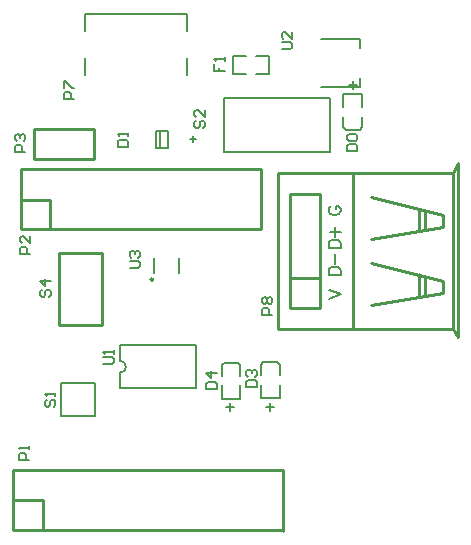
<source format=gto>
G04*
G04 #@! TF.GenerationSoftware,Altium Limited,Altium Designer,23.5.1 (21)*
G04*
G04 Layer_Color=65535*
%FSLAX44Y44*%
%MOMM*%
G71*
G04*
G04 #@! TF.SameCoordinates,3DE8B106-AB94-4B2A-A5C1-010116C31EDB*
G04*
G04*
G04 #@! TF.FilePolarity,Positive*
G04*
G01*
G75*
%ADD10C,0.2540*%
%ADD11C,0.2000*%
%ADD12C,0.2032*%
%ADD13C,0.1520*%
%ADD14C,0.1524*%
%ADD15C,0.1778*%
D10*
X1051666Y765543D02*
G03*
X1051666Y765543I-1080J0D01*
G01*
X1161542Y552958D02*
Y603758D01*
X932942Y553212D02*
Y604012D01*
X1161542D01*
X932942Y553212D02*
X1161542D01*
X958342D02*
Y578612D01*
X932942D02*
X958342D01*
X1309984Y716752D02*
Y863752D01*
X1192784Y741572D02*
Y838092D01*
X1157224Y855872D02*
X1305984D01*
X1157224Y723792D02*
Y855872D01*
Y723792D02*
X1305984D01*
X1167384Y838092D02*
X1192784D01*
X1167384Y741572D02*
X1192784D01*
X1167384Y766972D02*
X1192784D01*
X1167384Y741572D02*
Y838092D01*
X1305984Y723792D02*
Y855872D01*
Y723792D02*
X1309984Y716752D01*
X1220724Y723792D02*
Y855872D01*
X1235964Y835552D02*
X1296924Y820312D01*
Y810152D02*
Y820312D01*
X1235964Y799992D02*
X1296924Y810152D01*
X1235964Y779672D02*
X1296924Y764432D01*
Y754272D02*
Y764432D01*
X1235964Y744112D02*
X1296924Y754272D01*
X1281684Y807866D02*
Y823106D01*
X1276604Y806596D02*
Y825392D01*
X1281684Y752240D02*
Y767480D01*
X1276604Y750970D02*
Y769766D01*
X1305984Y855872D02*
X1309984Y863752D01*
X1001776Y867156D02*
Y892556D01*
X950976Y867156D02*
X1001776D01*
X950976Y892556D02*
X1001776D01*
X950976Y867156D02*
Y892556D01*
X939800Y858774D02*
X1142746D01*
X939800Y807974D02*
X1142746D01*
X939546D02*
Y858774D01*
X1142746Y807974D02*
Y858774D01*
X964184Y807974D02*
Y832612D01*
X939800D02*
X964184D01*
X972350Y727296D02*
Y788296D01*
X1008850D01*
Y727296D02*
Y788296D01*
X972350Y727296D02*
X1008850D01*
D11*
X1023723Y686562D02*
G03*
X1023723Y696722I0J5080D01*
G01*
X1228624Y911368D02*
Y922718D01*
Y894368D02*
Y903368D01*
X1212824Y911368D02*
Y922718D01*
X1214754Y892368D02*
X1226694D01*
X1212824Y922718D02*
X1228624D01*
X1212824Y894368D02*
Y903368D01*
Y894368D02*
X1214754Y892368D01*
X1226694D02*
X1228624Y894368D01*
X1054416Y891174D02*
X1064416D01*
X1054416Y877174D02*
X1064416D01*
Y891174D01*
X1054416Y877174D02*
Y891174D01*
X1057416Y877174D02*
Y891174D01*
X1138538Y939266D02*
X1149888D01*
X1119188D02*
X1130538D01*
X1138538Y955066D02*
X1149888D01*
X1119188Y939266D02*
Y955066D01*
X1149888Y939266D02*
Y955066D01*
X1119188D02*
X1130538D01*
X1143228Y693386D02*
X1145158Y695386D01*
X1157098D02*
X1159028Y693386D01*
Y684386D02*
Y693386D01*
X1143228Y665036D02*
X1159028D01*
X1145158Y695386D02*
X1157098D01*
X1159028Y665036D02*
Y676386D01*
X1143228Y684386D02*
Y693386D01*
Y665036D02*
Y676386D01*
X1109954Y692878D02*
X1111884Y694878D01*
X1123824D02*
X1125754Y692878D01*
Y683878D02*
Y692878D01*
X1109954Y664528D02*
X1125754D01*
X1111884Y694878D02*
X1123824D01*
X1125754Y664528D02*
Y675878D01*
X1109954Y683878D02*
Y692878D01*
Y664528D02*
Y675878D01*
X1023723Y709614D02*
X1088418D01*
X1023723Y673670D02*
X1088418D01*
X1023723D02*
Y686562D01*
X1088418Y673670D02*
Y709614D01*
X1023723Y696722D02*
Y709614D01*
D12*
X1227074Y961390D02*
Y969010D01*
Y928370D02*
Y935990D01*
X1194054Y969010D02*
X1227074D01*
X1194054Y928370D02*
X1227074D01*
X1085922Y881634D02*
Y886968D01*
X1083382Y884174D02*
X1088462D01*
X1111636Y873252D02*
Y919252D01*
X1111716D02*
X1201716D01*
X1111716Y873252D02*
X1201716D01*
Y919252D01*
X1073762Y771398D02*
Y784098D01*
X1052426Y771398D02*
Y784098D01*
X1217933Y929818D02*
X1224704D01*
X1221319Y933203D02*
Y926432D01*
X1200406Y769512D02*
X1210564D01*
X1200406D02*
Y772898D01*
X1200890Y774349D01*
X1201857Y775316D01*
X1202825Y775800D01*
X1204276Y776284D01*
X1206694D01*
X1208146Y775800D01*
X1209113Y775316D01*
X1210080Y774349D01*
X1210564Y772898D01*
Y769512D01*
X1206211Y778557D02*
Y787264D01*
X1200406Y792372D02*
X1210564D01*
X1200406D02*
Y795758D01*
X1200890Y797209D01*
X1201857Y798176D01*
X1202825Y798660D01*
X1204276Y799144D01*
X1206694D01*
X1208146Y798660D01*
X1209113Y798176D01*
X1210080Y797209D01*
X1210564Y795758D01*
Y792372D01*
X1201857Y805771D02*
X1210564D01*
X1206211Y801417D02*
Y810124D01*
X1200406Y749192D02*
X1210564Y753062D01*
X1200406Y756931D02*
X1210564Y753062D01*
X1202825Y827568D02*
X1201857Y827084D01*
X1200890Y826116D01*
X1200406Y825149D01*
Y823214D01*
X1200890Y822247D01*
X1201857Y821279D01*
X1202825Y820796D01*
X1204276Y820312D01*
X1206694D01*
X1208146Y820796D01*
X1209113Y821279D01*
X1210080Y822247D01*
X1210564Y823214D01*
Y825149D01*
X1210080Y826116D01*
X1209113Y827084D01*
X1208146Y827568D01*
X1206694D01*
Y825149D02*
Y827568D01*
X1153919Y657936D02*
X1147148D01*
X1150533Y654551D02*
Y661322D01*
X1120645Y657429D02*
X1113874D01*
X1117259Y654043D02*
Y660814D01*
D13*
X1080302Y938438D02*
Y952688D01*
X993902Y938438D02*
Y952688D01*
Y976188D02*
Y990438D01*
X1080302Y976188D02*
Y990438D01*
X993902D02*
X1080302D01*
D14*
X973560Y678107D02*
X1002560D01*
X973560Y649551D02*
X1002560D01*
Y678107D01*
X973560Y649551D02*
Y678107D01*
D15*
X1031876Y775168D02*
X1039282D01*
X1040764Y776649D01*
Y779612D01*
X1039282Y781093D01*
X1031876D01*
X1033358Y784055D02*
X1031876Y785536D01*
Y788499D01*
X1033358Y789980D01*
X1034839D01*
X1036320Y788499D01*
Y787018D01*
Y788499D01*
X1037801Y789980D01*
X1039282D01*
X1040764Y788499D01*
Y785536D01*
X1039282Y784055D01*
X1160654Y960334D02*
X1168060D01*
X1169542Y961815D01*
Y964778D01*
X1168060Y966259D01*
X1160654D01*
X1169542Y975146D02*
Y969221D01*
X1163617Y975146D01*
X1162136D01*
X1160654Y973665D01*
Y970702D01*
X1162136Y969221D01*
X1009778Y693845D02*
X1017184D01*
X1018665Y695326D01*
Y698289D01*
X1017184Y699770D01*
X1009778D01*
X1018665Y702732D02*
Y705695D01*
Y704214D01*
X1009778D01*
X1011260Y702732D01*
X957666Y756963D02*
X956184Y755482D01*
Y752519D01*
X957666Y751038D01*
X959147D01*
X960628Y752519D01*
Y755482D01*
X962109Y756963D01*
X963590D01*
X965072Y755482D01*
Y752519D01*
X963590Y751038D01*
X965072Y764369D02*
X956184D01*
X960628Y759925D01*
Y765850D01*
X1088222Y899965D02*
X1086740Y898484D01*
Y895521D01*
X1088222Y894040D01*
X1089703D01*
X1091184Y895521D01*
Y898484D01*
X1092665Y899965D01*
X1094146D01*
X1095628Y898484D01*
Y895521D01*
X1094146Y894040D01*
X1095628Y908852D02*
Y902927D01*
X1089703Y908852D01*
X1088222D01*
X1086740Y907371D01*
Y904408D01*
X1088222Y902927D01*
X961730Y663702D02*
X960248Y662221D01*
Y659258D01*
X961730Y657777D01*
X963211D01*
X964692Y659258D01*
Y662221D01*
X966173Y663702D01*
X967654D01*
X969136Y662221D01*
Y659258D01*
X967654Y657777D01*
X969136Y666664D02*
Y669627D01*
Y668146D01*
X960248D01*
X961730Y666664D01*
X1152778Y735798D02*
X1143890D01*
Y740242D01*
X1145372Y741723D01*
X1148334D01*
X1149815Y740242D01*
Y735798D01*
X1145372Y744685D02*
X1143890Y746166D01*
Y749129D01*
X1145372Y750610D01*
X1146853D01*
X1148334Y749129D01*
X1149815Y750610D01*
X1151296D01*
X1152778Y749129D01*
Y746166D01*
X1151296Y744685D01*
X1149815D01*
X1148334Y746166D01*
X1146853Y744685D01*
X1145372D01*
X1148334Y746166D02*
Y749129D01*
X984884Y918424D02*
X975996D01*
Y922868D01*
X977478Y924349D01*
X980440D01*
X981921Y922868D01*
Y918424D01*
X975996Y927311D02*
Y933236D01*
X977478D01*
X983402Y927311D01*
X984884D01*
X943736Y873720D02*
X934848D01*
Y878164D01*
X936330Y879645D01*
X939292D01*
X940773Y878164D01*
Y873720D01*
X936330Y882607D02*
X934848Y884088D01*
Y887051D01*
X936330Y888532D01*
X937811D01*
X939292Y887051D01*
Y885570D01*
Y887051D01*
X940773Y888532D01*
X942254D01*
X943736Y887051D01*
Y884088D01*
X942254Y882607D01*
X947800Y787360D02*
X938912D01*
Y791804D01*
X940394Y793285D01*
X943356D01*
X944837Y791804D01*
Y787360D01*
X947800Y802172D02*
Y796247D01*
X941875Y802172D01*
X940394D01*
X938912Y800691D01*
Y797728D01*
X940394Y796247D01*
X946784Y612819D02*
X937896D01*
Y617263D01*
X939378Y618744D01*
X942340D01*
X943821Y617263D01*
Y612819D01*
X946784Y621706D02*
Y624669D01*
Y623188D01*
X937896D01*
X939378Y621706D01*
X1103504Y947928D02*
Y942003D01*
X1107948D01*
Y944966D01*
Y942003D01*
X1112392D01*
Y950890D02*
Y953853D01*
Y952372D01*
X1103504D01*
X1104986Y950890D01*
X1096646Y672806D02*
X1105534D01*
Y677250D01*
X1104052Y678731D01*
X1098128D01*
X1096646Y677250D01*
Y672806D01*
X1105534Y686137D02*
X1096646D01*
X1101090Y681693D01*
Y687618D01*
X1130682Y674330D02*
X1139570D01*
Y678774D01*
X1138088Y680255D01*
X1132164D01*
X1130682Y678774D01*
Y674330D01*
X1132164Y683217D02*
X1130682Y684698D01*
Y687661D01*
X1132164Y689142D01*
X1133645D01*
X1135126Y687661D01*
Y686180D01*
Y687661D01*
X1136607Y689142D01*
X1138088D01*
X1139570Y687661D01*
Y684698D01*
X1138088Y683217D01*
X1021718Y877951D02*
X1030605D01*
Y882395D01*
X1029124Y883876D01*
X1023199D01*
X1021718Y882395D01*
Y877951D01*
X1030605Y886838D02*
Y889800D01*
Y888319D01*
X1021718D01*
X1023199Y886838D01*
X1215772Y873974D02*
X1224660D01*
Y878418D01*
X1223178Y879899D01*
X1217254D01*
X1215772Y878418D01*
Y873974D01*
X1217254Y882861D02*
X1215772Y884342D01*
Y887305D01*
X1217254Y888786D01*
X1223178D01*
X1224660Y887305D01*
Y884342D01*
X1223178Y882861D01*
X1217254D01*
M02*

</source>
